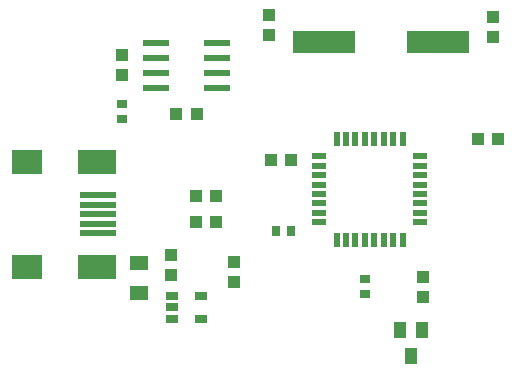
<source format=gtp>
G75*
%MOIN*%
%OFA0B0*%
%FSLAX24Y24*%
%IPPOS*%
%LPD*%
%AMOC8*
5,1,8,0,0,1.08239X$1,22.5*
%
%ADD10R,0.0220X0.0500*%
%ADD11R,0.0500X0.0220*%
%ADD12R,0.0984X0.0787*%
%ADD13R,0.1299X0.0787*%
%ADD14R,0.1220X0.0197*%
%ADD15R,0.0866X0.0236*%
%ADD16R,0.0354X0.0276*%
%ADD17R,0.0394X0.0433*%
%ADD18R,0.0433X0.0394*%
%ADD19R,0.2100X0.0760*%
%ADD20R,0.0591X0.0512*%
%ADD21R,0.0394X0.0276*%
%ADD22R,0.0276X0.0354*%
%ADD23R,0.0394X0.0551*%
D10*
X013446Y006166D03*
X013761Y006166D03*
X014076Y006166D03*
X014391Y006166D03*
X014706Y006166D03*
X015021Y006166D03*
X015336Y006166D03*
X015651Y006166D03*
X015651Y009546D03*
X015336Y009546D03*
X015021Y009546D03*
X014706Y009546D03*
X014391Y009546D03*
X014076Y009546D03*
X013761Y009546D03*
X013446Y009546D03*
D11*
X012859Y008958D03*
X012859Y008643D03*
X012859Y008328D03*
X012859Y008013D03*
X012859Y007698D03*
X012859Y007383D03*
X012859Y007069D03*
X012859Y006754D03*
X016239Y006754D03*
X016239Y007069D03*
X016239Y007383D03*
X016239Y007698D03*
X016239Y008013D03*
X016239Y008328D03*
X016239Y008643D03*
X016239Y008958D03*
D12*
X003131Y005277D03*
X003131Y008781D03*
D13*
X005454Y008781D03*
X005454Y005277D03*
D14*
X005494Y006399D03*
X005494Y006714D03*
X005494Y007029D03*
X005494Y007344D03*
X005494Y007659D03*
D15*
X007423Y011240D03*
X007423Y011740D03*
X007423Y012240D03*
X007423Y012740D03*
X009470Y012740D03*
X009470Y012240D03*
X009470Y011740D03*
X009470Y011240D03*
D16*
X006281Y010710D03*
X006281Y010198D03*
X014391Y004864D03*
X014391Y004352D03*
D17*
X010021Y004765D03*
X010021Y005435D03*
X009431Y006773D03*
X008761Y006773D03*
X008761Y007620D03*
X009431Y007620D03*
X007935Y005671D03*
X007935Y005002D03*
X008112Y010376D03*
X008781Y010376D03*
X006281Y011655D03*
X006281Y012324D03*
X011202Y012994D03*
X011202Y013663D03*
X018151Y009529D03*
X018820Y009529D03*
X018663Y012935D03*
X018663Y013604D03*
D18*
X011931Y008820D03*
X011261Y008820D03*
X016320Y004923D03*
X016320Y004254D03*
D19*
X016843Y012777D03*
X013043Y012777D03*
D20*
X006872Y005395D03*
X006872Y004411D03*
D21*
X007974Y004293D03*
X007974Y003919D03*
X007974Y003545D03*
X008919Y003545D03*
X008919Y004293D03*
D22*
X011419Y006478D03*
X011931Y006478D03*
D23*
X015553Y003171D03*
X016301Y003171D03*
X015927Y002305D03*
M02*

</source>
